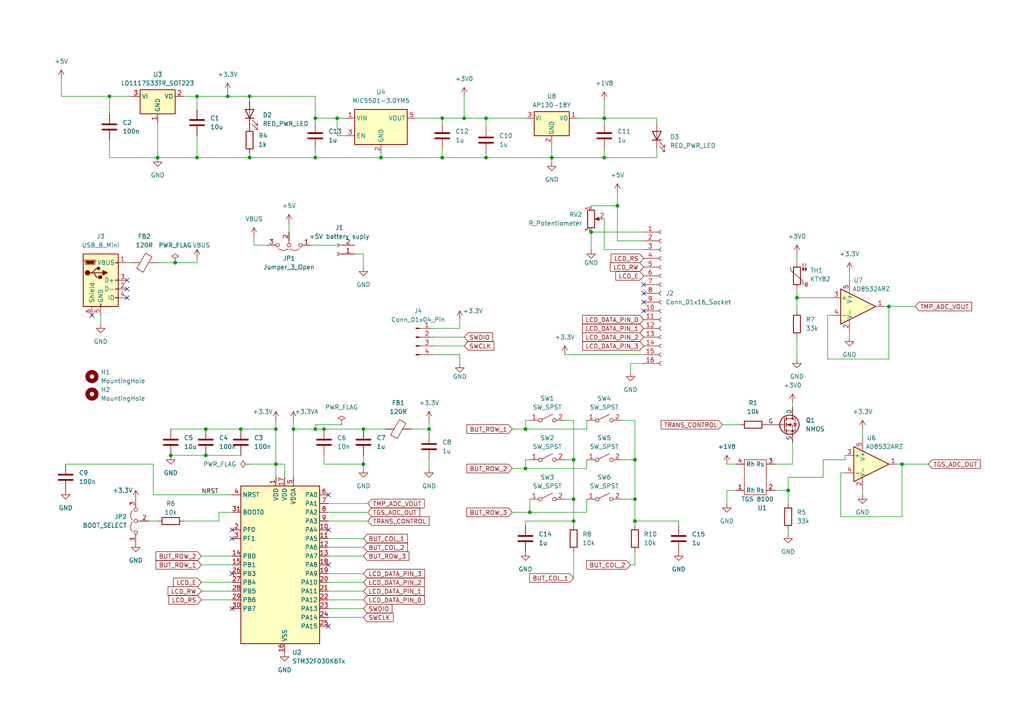
<source format=kicad_sch>
(kicad_sch (version 20230121) (generator eeschema)
  (paper "A4")
  (lib_symbols
    (symbol "Amplifier_Operational:AD8603" (pin_names (offset 0.127))
      (property "Reference" "U" (at 0 5.08 0))
      (property "Value" "AD8603" (at 0 -5.08 0))
      (symbol "AD8603_0_1"
        (pin power_in line (at -2.54 -7.62 90) (length 3.81) (name "V-") (number "2"))
        (pin power_in line (at -2.54 7.62 270) (length 3.81) (name "V+") (number "5"))
      )
      (symbol "AD8603_1_1"
        (pin output line (at 7.62 0 180) (length 2.54) (name "~") (number "1"))
        (pin input line (at -7.62 2.54 0) (length 2.54) (name "+") (number "3"))
        (pin input line (at -7.62 -2.54 0) (length 2.54) (name "-") (number "4"))
      )
    )
    (symbol "Connector:Conn_01x02_Socket" (pin_names (offset 1.016) hide)
      (property "Reference" "J" (at 0 2.54 0))
      (property "Value" "Conn_01x02_Socket" (at 0 -5.08 0))
      (symbol "Conn_01x02_Socket_1_1"
        (pin passive line (at -5.08 0 0) (length 3.81) (name "Pin_1") (number "1"))
        (pin passive line (at -5.08 -2.54 0) (length 3.81) (name "Pin_2") (number "2"))
      )
    )
    (symbol "Connector:Conn_01x04_Pin" (pin_names (offset 1.016) hide)
      (property "Reference" "J" (at 0 5.08 0))
      (property "Value" "Conn_01x04_Pin" (at 0 -7.62 0))
      (symbol "Conn_01x04_Pin_1_1"
        (pin passive line (at 5.08 2.54 180) (length 3.81) (name "Pin_1") (number "1"))
        (pin passive line (at 5.08 0 180) (length 3.81) (name "Pin_2") (number "2"))
        (pin passive line (at 5.08 -2.54 180) (length 3.81) (name "Pin_3") (number "3"))
        (pin passive line (at 5.08 -5.08 180) (length 3.81) (name "Pin_4") (number "4"))
      )
    )
    (symbol "Connector:Conn_01x16_Socket" (pin_names (offset 1.016) hide)
      (property "Reference" "J" (at 0 20.32 0))
      (property "Value" "Conn_01x16_Socket" (at 0 -22.86 0))
      (symbol "Conn_01x16_Socket_1_1"
        (pin passive line (at -5.08 17.78 0) (length 3.81) (name "Pin_1") (number "1"))
        (pin passive line (at -5.08 -5.08 0) (length 3.81) (name "Pin_10") (number "10"))
        (pin passive line (at -5.08 -7.62 0) (length 3.81) (name "Pin_11") (number "11"))
        (pin passive line (at -5.08 -10.16 0) (length 3.81) (name "Pin_12") (number "12"))
        (pin passive line (at -5.08 -12.7 0) (length 3.81) (name "Pin_13") (number "13"))
        (pin passive line (at -5.08 -15.24 0) (length 3.81) (name "Pin_14") (number "14"))
        (pin passive line (at -5.08 -17.78 0) (length 3.81) (name "Pin_15") (number "15"))
        (pin passive line (at -5.08 -20.32 0) (length 3.81) (name "Pin_16") (number "16"))
        (pin passive line (at -5.08 15.24 0) (length 3.81) (name "Pin_2") (number "2"))
        (pin passive line (at -5.08 12.7 0) (length 3.81) (name "Pin_3") (number "3"))
        (pin passive line (at -5.08 10.16 0) (length 3.81) (name "Pin_4") (number "4"))
        (pin passive line (at -5.08 7.62 0) (length 3.81) (name "Pin_5") (number "5"))
        (pin passive line (at -5.08 5.08 0) (length 3.81) (name "Pin_6") (number "6"))
        (pin passive line (at -5.08 2.54 0) (length 3.81) (name "Pin_7") (number "7"))
        (pin passive line (at -5.08 0 0) (length 3.81) (name "Pin_8") (number "8"))
        (pin passive line (at -5.08 -2.54 0) (length 3.81) (name "Pin_9") (number "9"))
      )
    )
    (symbol "Connector:USB_B_Mini" (pin_names (offset 1.016))
      (property "Reference" "J" (at -5.08 11.43 0))
      (property "Value" "USB_B_Mini" (at -5.08 8.89 0))
      (symbol "USB_B_Mini_1_1"
        (pin power_out line (at 7.62 5.08 180) (length 2.54) (name "VBUS") (number "1"))
        (pin bidirectional line (at 7.62 -2.54 180) (length 2.54) (name "D-") (number "2"))
        (pin bidirectional line (at 7.62 0 180) (length 2.54) (name "D+") (number "3"))
        (pin passive line (at 7.62 -5.08 180) (length 2.54) (name "ID") (number "4"))
        (pin power_out line (at 0 -10.16 90) (length 2.54) (name "GND") (number "5"))
        (pin passive line (at -2.54 -10.16 90) (length 2.54) (name "Shield") (number "6"))
      )
    )
    (symbol "Device:C" (pin_numbers hide) (pin_names (offset 0.254))
      (property "Reference" "C" (at 0.635 2.54 0))
      (property "Value" "C" (at 0.635 -2.54 0))
      (symbol "C_1_1"
        (pin passive line (at 0 3.81 270) (length 2.794) (name "~") (number "1"))
        (pin passive line (at 0 -3.81 90) (length 2.794) (name "~") (number "2"))
      )
    )
    (symbol "Device:FerriteBead" (pin_numbers hide) (pin_names (offset 0))
      (property "Reference" "FB" (at -3.81 0.635 90))
      (property "Value" "FerriteBead" (at 3.81 0 90))
      (symbol "FerriteBead_1_1"
        (pin passive line (at 0 3.81 270) (length 2.54) (name "~") (number "1"))
        (pin passive line (at 0 -3.81 90) (length 2.54) (name "~") (number "2"))
      )
    )
    (symbol "Device:LED" (pin_numbers hide) (pin_names (offset 1.016) hide)
      (property "Reference" "D" (at 0 2.54 0))
      (property "Value" "LED" (at 0 -2.54 0))
      (symbol "LED_1_1"
        (pin passive line (at -3.81 0 0) (length 2.54) (name "K") (number "1"))
        (pin passive line (at 3.81 0 180) (length 2.54) (name "A") (number "2"))
      )
    )
    (symbol "Device:R" (pin_numbers hide) (pin_names (offset 0))
      (property "Reference" "R" (at 2.032 0 90))
      (property "Value" "R" (at 0 0 90))
      (symbol "R_1_1"
        (pin passive line (at 0 3.81 270) (length 1.27) (name "~") (number "1"))
        (pin passive line (at 0 -3.81 90) (length 1.27) (name "~") (number "2"))
      )
    )
    (symbol "Device:R_Potentiometer" (pin_names (offset 1.016) hide)
      (property "Reference" "RV" (at -4.445 0 90))
      (property "Value" "R_Potentiometer" (at -2.54 0 90))
      (symbol "R_Potentiometer_1_1"
        (pin passive line (at 0 3.81 270) (length 1.27) (name "1") (number "1"))
        (pin passive line (at 3.81 0 180) (length 1.27) (name "2") (number "2"))
        (pin passive line (at 0 -3.81 90) (length 1.27) (name "3") (number "3"))
      )
    )
    (symbol "Jumper:Jumper_3_Open" (pin_names (offset 0) hide)
      (property "Reference" "JP" (at -2.54 -2.54 0))
      (property "Value" "Jumper_3_Open" (at 0 2.794 0))
      (symbol "Jumper_3_Open_1_1"
        (pin passive line (at -6.35 0 0) (length 2.54) (name "A") (number "1"))
        (pin passive line (at 0 -3.81 90) (length 2.54) (name "C") (number "2"))
        (pin passive line (at 6.35 0 180) (length 2.54) (name "B") (number "3"))
      )
    )
    (symbol "MCU_ST_STM32F0:STM32F030K6Tx"
      (property "Reference" "U" (at -10.16 24.13 0))
      (property "Value" "STM32F030K6Tx" (at 7.62 24.13 0))
      (symbol "STM32F030K6Tx_1_1"
        (pin power_in line (at 0 25.4 270) (length 2.54) (name "VDD") (number "1"))
        (pin bidirectional line (at 15.24 10.16 180) (length 2.54) (name "PA4") (number "10"))
        (pin bidirectional line (at 15.24 7.62 180) (length 2.54) (name "PA5") (number "11"))
        (pin bidirectional line (at 15.24 5.08 180) (length 2.54) (name "PA6") (number "12"))
        (pin bidirectional line (at 15.24 2.54 180) (length 2.54) (name "PA7") (number "13"))
        (pin bidirectional line (at -12.7 2.54 0) (length 2.54) (name "PB0") (number "14"))
        (pin bidirectional line (at -12.7 0 0) (length 2.54) (name "PB1") (number "15"))
        (pin power_in line (at 2.54 -25.4 90) (length 2.54) (name "VSS") (number "16"))
        (pin power_in line (at 2.54 25.4 270) (length 2.54) (name "VDD") (number "17"))
        (pin bidirectional line (at 15.24 0 180) (length 2.54) (name "PA8") (number "18"))
        (pin bidirectional line (at 15.24 -2.54 180) (length 2.54) (name "PA9") (number "19"))
        (pin bidirectional line (at -12.7 10.16 0) (length 2.54) (name "PF0") (number "2"))
        (pin bidirectional line (at 15.24 -5.08 180) (length 2.54) (name "PA10") (number "20"))
        (pin bidirectional line (at 15.24 -7.62 180) (length 2.54) (name "PA11") (number "21"))
        (pin bidirectional line (at 15.24 -10.16 180) (length 2.54) (name "PA12") (number "22"))
        (pin bidirectional line (at 15.24 -12.7 180) (length 2.54) (name "PA13") (number "23"))
        (pin bidirectional line (at 15.24 -15.24 180) (length 2.54) (name "PA14") (number "24"))
        (pin bidirectional line (at 15.24 -17.78 180) (length 2.54) (name "PA15") (number "25"))
        (pin bidirectional line (at -12.7 -2.54 0) (length 2.54) (name "PB3") (number "26"))
        (pin bidirectional line (at -12.7 -5.08 0) (length 2.54) (name "PB4") (number "27"))
        (pin bidirectional line (at -12.7 -7.62 0) (length 2.54) (name "PB5") (number "28"))
        (pin bidirectional line (at -12.7 -10.16 0) (length 2.54) (name "PB6") (number "29"))
        (pin bidirectional line (at -12.7 7.62 0) (length 2.54) (name "PF1") (number "3"))
        (pin bidirectional line (at -12.7 -12.7 0) (length 2.54) (name "PB7") (number "30"))
        (pin input line (at -12.7 15.24 0) (length 2.54) (name "BOOT0") (number "31"))
        (pin passive line (at 2.54 -25.4 90) (length 2.54) hide (name "VSS") (number "32"))
        (pin input line (at -12.7 20.32 0) (length 2.54) (name "NRST") (number "4"))
        (pin power_in line (at 5.08 25.4 270) (length 2.54) (name "VDDA") (number "5"))
        (pin bidirectional line (at 15.24 20.32 180) (length 2.54) (name "PA0") (number "6"))
        (pin bidirectional line (at 15.24 17.78 180) (length 2.54) (name "PA1") (number "7"))
        (pin bidirectional line (at 15.24 15.24 180) (length 2.54) (name "PA2") (number "8"))
        (pin bidirectional line (at 15.24 12.7 180) (length 2.54) (name "PA3") (number "9"))
      )
    )
    (symbol "Mechanical:MountingHole" (pin_names (offset 1.016))
      (property "Reference" "H" (at 0 5.08 0))
      (property "Value" "MountingHole" (at 0 3.175 0))
    )
    (symbol "Regulator_Linear:AP130-18Y" (pin_names (offset 0.254))
      (property "Reference" "U" (at -3.81 3.175 0))
      (property "Value" "AP130-18Y" (at 0 3.175 0))
      (symbol "AP130-18Y_1_1"
        (pin power_out line (at 7.62 0 180) (length 2.54) (name "VO") (number "1"))
        (pin power_in line (at 0 -7.62 90) (length 2.54) (name "GND") (number "2"))
        (pin power_in line (at -7.62 0 0) (length 2.54) (name "VI") (number "3"))
      )
    )
    (symbol "Regulator_Linear:LD1117S33TR_SOT223"
      (property "Reference" "U" (at -3.81 3.175 0))
      (property "Value" "LD1117S33TR_SOT223" (at 0 3.175 0))
      (symbol "LD1117S33TR_SOT223_1_1"
        (pin power_in line (at 0 -7.62 90) (length 2.54) (name "GND") (number "1"))
        (pin power_out line (at 7.62 0 180) (length 2.54) (name "VO") (number "2"))
        (pin power_in line (at -7.62 0 0) (length 2.54) (name "VI") (number "3"))
      )
    )
    (symbol "Regulator_Linear:MIC5501-3.0YM5"
      (property "Reference" "U" (at -7.62 8.89 0))
      (property "Value" "MIC5501-3.0YM5" (at -7.62 6.35 0))
      (symbol "MIC5501-3.0YM5_1_1"
        (pin power_in line (at -10.16 2.54 0) (length 2.54) (name "VIN") (number "1"))
        (pin power_in line (at 0 -7.62 90) (length 2.54) (name "GND") (number "2"))
        (pin input line (at -10.16 -2.54 0) (length 2.54) (name "EN") (number "3"))
        (pin no_connect line (at 7.62 -2.54 180) (length 2.54) hide (name "NC") (number "4"))
        (pin power_out line (at 10.16 2.54 180) (length 2.54) (name "VOUT") (number "5"))
      )
    )
    (symbol "Sensor_Gas:TGS8100"
      (property "Reference" "U1" (at 0 -2.54 0))
      (property "Value" "TGS 8100" (at 0 0 0))
      (symbol "TGS8100_1_1"
        (pin input line (at -6.35 2.54 0) (length 2.54) (name "Rh") (number "1"))
        (pin input line (at 5.08 2.54 180) (length 2.54) (name "Rs") (number "2"))
        (pin input line (at 5.08 10.16 180) (length 2.54) (name "Rs") (number "3"))
        (pin input line (at -6.35 10.16 0) (length 2.54) (name "Rh") (number "4"))
      )
    )
    (symbol "Sensor_Temperature:KTY82" (pin_numbers hide) (pin_names (offset 0))
      (property "Reference" "TH" (at -4.445 0 90))
      (property "Value" "KTY82" (at 3.175 0 90))
      (symbol "KTY82_1_1"
        (pin passive line (at 0 3.81 270) (length 1.27) (name "~") (number "1"))
        (pin passive line (at 0 -3.81 90) (length 1.27) (name "~") (number "2"))
      )
    )
    (symbol "Simulation_SPICE:NMOS" (pin_numbers hide) (pin_names (offset 0))
      (property "Reference" "Q" (at 5.08 1.27 0))
      (property "Value" "NMOS" (at 5.08 -1.27 0))
      (symbol "NMOS_1_1"
        (pin passive line (at 2.54 5.08 270) (length 2.54) (name "D") (number "1"))
        (pin input line (at -5.08 0 0) (length 2.54) (name "G") (number "2"))
        (pin passive line (at 2.54 -5.08 90) (length 2.54) (name "S") (number "3"))
      )
    )
    (symbol "Switch:SW_SPST" (pin_names (offset 0) hide)
      (property "Reference" "SW" (at 0 3.175 0))
      (property "Value" "SW_SPST" (at 0 -2.54 0))
      (symbol "SW_SPST_1_1"
        (pin passive line (at -5.08 0 0) (length 2.54) (name "A") (number "1"))
        (pin passive line (at 5.08 0 180) (length 2.54) (name "B") (number "2"))
      )
    )
    (symbol "power:+1V8" (power) (pin_names (offset 0))
      (property "Value" "+1V8" (at 0 3.556 0))
      (symbol "+1V8_1_1"
        (pin power_in line (at 0 0 90) (length 0) hide (name "+1V8") (number "1"))
      )
    )
    (symbol "power:+3.3V" (power) (pin_names (offset 0))
      (property "Value" "+3.3V" (at 0 3.556 0))
      (symbol "+3.3V_1_1"
        (pin power_in line (at 0 0 90) (length 0) hide (name "+3.3V") (number "1"))
      )
    )
    (symbol "power:+3.3VA" (power) (pin_names (offset 0))
      (property "Value" "+3.3VA" (at 0 3.556 0))
      (symbol "+3.3VA_1_1"
        (pin power_in line (at 0 0 90) (length 0) hide (name "+3.3VA") (number "1"))
      )
    )
    (symbol "power:+3V0" (power) (pin_names (offset 0))
      (property "Value" "+3V0" (at 0 3.556 0))
      (symbol "+3V0_1_1"
        (pin power_in line (at 0 0 90) (length 0) hide (name "+3V0") (number "1"))
      )
    )
    (symbol "power:+5V" (power) (pin_names (offset 0))
      (property "Value" "+5V" (at 0 3.556 0))
      (symbol "+5V_1_1"
        (pin power_in line (at 0 0 90) (length 0) hide (name "+5V") (number "1"))
      )
    )
    (symbol "power:GND" (power) (pin_names (offset 0))
      (property "Value" "GND" (at 0 -3.81 0))
      (symbol "GND_1_1"
        (pin power_in line (at 0 0 270) (length 0) hide (name "GND") (number "1"))
      )
    )
    (symbol "power:PWR_FLAG" (power) (pin_numbers hide) (pin_names (offset 0) hide)
      (property "Value" "PWR_FLAG" (at 0 3.81 0))
      (symbol "PWR_FLAG_0_0"
        (pin power_out line (at 0 0 90) (length 0) (name "pwr") (number "1"))
      )
    )
    (symbol "power:VBUS" (power) (pin_names (offset 0))
      (property "Value" "VBUS" (at 0 3.81 0))
      (symbol "VBUS_1_1"
        (pin power_in line (at 0 0 90) (length 0) hide (name "VBUS") (number "1"))
      )
    )
  )
  (junction (at 160.02 45.72))
  (junction (at 171.45 67.31))
  (junction (at 105.41 124.46))
  (junction (at 72.39 27.94))
  (junction (at 152.4 135.89))
  (junction (at 124.46 124.46))
  (junction (at 166.37 151.13))
  (junction (at 57.15 27.94))
  (junction (at 166.37 133.35))
  (junction (at 91.44 34.29))
  (junction (at 175.26 34.29))
  (junction (at 175.26 45.72))
  (junction (at 59.69 124.46))
  (junction (at 166.37 144.78))
  (junction (at 91.44 45.72))
  (junction (at 50.8 76.2))
  (junction (at 31.75 27.94))
  (junction (at 184.15 151.13))
  (junction (at 128.27 34.29))
  (junction (at 184.15 144.78))
  (junction (at 231.14 86.36))
  (junction (at 57.15 45.72))
  (junction (at 179.07 59.69))
  (junction (at 128.27 45.72))
  (junction (at 93.98 124.46))
  (junction (at 257.81 88.9))
  (junction (at 45.72 45.72))
  (junction (at 110.49 45.72))
  (junction (at 85.09 124.46))
  (junction (at 66.04 27.94))
  (junction (at 140.97 45.72))
  (junction (at 105.41 134.62))
  (junction (at 80.01 124.46))
  (junction (at 140.97 34.29))
  (junction (at 91.44 124.46))
  (junction (at 228.6 142.24))
  (junction (at 153.67 148.59))
  (junction (at 80.01 134.62))
  (junction (at 49.53 132.08))
  (junction (at 152.4 124.46))
  (junction (at 69.85 124.46))
  (junction (at 59.69 132.08))
  (junction (at 261.62 134.62))
  (junction (at 97.79 34.29))
  (junction (at 134.62 34.29))
  (junction (at 72.39 45.72))
  (junction (at 184.15 133.35))
  (no_connect (at 36.83 86.36))
  (no_connect (at 67.31 176.53))
  (no_connect (at 95.25 143.51))
  (no_connect (at 67.31 156.21))
  (no_connect (at 186.69 87.63))
  (no_connect (at 95.25 153.67))
  (no_connect (at 186.69 90.17))
  (no_connect (at 95.25 163.83))
  (no_connect (at 186.69 82.55))
  (no_connect (at 67.31 153.67))
  (no_connect (at 186.69 85.09))
  (no_connect (at 67.31 166.37))
  (no_connect (at 95.25 181.61))
  (no_connect (at 36.83 81.28))
  (no_connect (at 26.67 91.44))
  (no_connect (at 36.83 83.82))
  (wire (pts (xy 93.98 124.46) (xy 105.41 124.46)))
  (wire (pts (xy 133.35 95.25) (xy 125.73 95.25)))
  (wire (pts (xy 93.98 132.08) (xy 93.98 134.62)))
  (wire (pts (xy 99.06 123.19) (xy 91.44 123.19)))
  (wire (pts (xy 160.02 45.72) (xy 160.02 46.99)))
  (wire (pts (xy 95.25 168.91) (xy 105.41 168.91)))
  (wire (pts (xy 124.46 121.92) (xy 124.46 124.46)))
  (wire (pts (xy 153.67 148.59) (xy 170.18 148.59)))
  (wire (pts (xy 57.15 27.94) (xy 66.04 27.94)))
  (wire (pts (xy 175.26 34.29) (xy 190.5 34.29)))
  (wire (pts (xy 31.75 27.94) (xy 38.1 27.94)))
  (wire (pts (xy 72.39 45.72) (xy 91.44 45.72)))
  (wire (pts (xy 166.37 133.35) (xy 166.37 121.92)))
  (wire (pts (xy 245.11 137.16) (xy 243.84 137.16)))
  (wire (pts (xy 180.34 121.92) (xy 184.15 121.92)))
  (wire (pts (xy 153.67 133.35) (xy 152.4 133.35)))
  (wire (pts (xy 134.62 34.29) (xy 140.97 34.29)))
  (wire (pts (xy 95.25 171.45) (xy 105.41 171.45)))
  (wire (pts (xy 57.15 45.72) (xy 72.39 45.72)))
  (wire (pts (xy 153.67 144.78) (xy 153.67 148.59)))
  (wire (pts (xy 224.79 142.24) (xy 228.6 142.24)))
  (wire (pts (xy 134.62 27.94) (xy 134.62 34.29)))
  (wire (pts (xy 148.59 124.46) (xy 152.4 124.46)))
  (wire (pts (xy 53.34 151.13) (xy 63.5 151.13)))
  (wire (pts (xy 152.4 151.13) (xy 152.4 152.4)))
  (wire (pts (xy 148.59 135.89) (xy 152.4 135.89)))
  (wire (pts (xy 166.37 151.13) (xy 166.37 152.4)))
  (wire (pts (xy 72.39 27.94) (xy 91.44 27.94)))
  (wire (pts (xy 95.25 151.13) (xy 106.68 151.13)))
  (wire (pts (xy 140.97 45.72) (xy 160.02 45.72)))
  (wire (pts (xy 105.41 73.66) (xy 102.87 73.66)))
  (wire (pts (xy 238.76 133.35) (xy 245.11 133.35)))
  (wire (pts (xy 128.27 43.18) (xy 128.27 45.72)))
  (wire (pts (xy 257.81 104.14) (xy 257.81 88.9)))
  (wire (pts (xy 190.5 43.18) (xy 190.5 45.72)))
  (wire (pts (xy 72.39 134.62) (xy 80.01 134.62)))
  (wire (pts (xy 66.04 26.67) (xy 66.04 27.94)))
  (wire (pts (xy 105.41 161.29) (xy 95.25 161.29)))
  (wire (pts (xy 45.72 45.72) (xy 57.15 45.72)))
  (wire (pts (xy 57.15 76.2) (xy 57.15 74.93)))
  (wire (pts (xy 166.37 144.78) (xy 166.37 151.13)))
  (wire (pts (xy 228.6 142.24) (xy 228.6 146.05)))
  (wire (pts (xy 128.27 45.72) (xy 140.97 45.72)))
  (wire (pts (xy 171.45 67.31) (xy 171.45 72.39)))
  (wire (pts (xy 184.15 144.78) (xy 180.34 144.78)))
  (wire (pts (xy 140.97 44.45) (xy 140.97 45.72)))
  (wire (pts (xy 152.4 133.35) (xy 152.4 135.89)))
  (wire (pts (xy 82.55 138.43) (xy 82.55 134.62)))
  (wire (pts (xy 133.35 102.87) (xy 133.35 105.41)))
  (wire (pts (xy 179.07 55.88) (xy 179.07 59.69)))
  (wire (pts (xy 29.21 91.44) (xy 29.21 93.98)))
  (wire (pts (xy 91.44 27.94) (xy 91.44 34.29)))
  (wire (pts (xy 58.42 171.45) (xy 67.31 171.45)))
  (wire (pts (xy 152.4 135.89) (xy 170.18 135.89)))
  (wire (pts (xy 31.75 40.64) (xy 31.75 45.72)))
  (wire (pts (xy 240.03 104.14) (xy 257.81 104.14)))
  (wire (pts (xy 105.41 135.89) (xy 105.41 134.62)))
  (wire (pts (xy 43.18 151.13) (xy 45.72 151.13)))
  (wire (pts (xy 59.69 124.46) (xy 69.85 124.46)))
  (wire (pts (xy 184.15 151.13) (xy 184.15 152.4)))
  (wire (pts (xy 182.88 107.95) (xy 182.88 105.41)))
  (wire (pts (xy 128.27 34.29) (xy 134.62 34.29)))
  (wire (pts (xy 128.27 34.29) (xy 128.27 35.56)))
  (wire (pts (xy 228.6 153.67) (xy 228.6 154.94)))
  (wire (pts (xy 231.14 86.36) (xy 241.3 86.36)))
  (wire (pts (xy 250.19 142.24) (xy 250.19 143.51)))
  (wire (pts (xy 245.11 133.35) (xy 245.11 132.08)))
  (wire (pts (xy 182.88 105.41) (xy 186.69 105.41)))
  (wire (pts (xy 91.44 34.29) (xy 91.44 35.56)))
  (wire (pts (xy 261.62 149.86) (xy 261.62 134.62)))
  (wire (pts (xy 91.44 34.29) (xy 97.79 34.29)))
  (wire (pts (xy 140.97 34.29) (xy 140.97 36.83)))
  (wire (pts (xy 260.35 134.62) (xy 261.62 134.62)))
  (wire (pts (xy 228.6 138.43) (xy 228.6 142.24)))
  (wire (pts (xy 148.59 148.59) (xy 153.67 148.59)))
  (wire (pts (xy 210.82 134.62) (xy 213.36 134.62)))
  (wire (pts (xy 105.41 77.47) (xy 105.41 73.66)))
  (wire (pts (xy 45.72 35.56) (xy 45.72 45.72)))
  (wire (pts (xy 175.26 34.29) (xy 167.64 34.29)))
  (wire (pts (xy 246.38 78.74) (xy 246.38 81.28)))
  (wire (pts (xy 180.34 133.35) (xy 184.15 133.35)))
  (wire (pts (xy 80.01 121.92) (xy 80.01 124.46)))
  (wire (pts (xy 228.6 138.43) (xy 238.76 138.43)))
  (wire (pts (xy 175.26 72.39) (xy 186.69 72.39)))
  (wire (pts (xy 231.14 97.79) (xy 231.14 104.14)))
  (wire (pts (xy 85.09 124.46) (xy 91.44 124.46)))
  (wire (pts (xy 95.25 146.05) (xy 106.68 146.05)))
  (wire (pts (xy 80.01 138.43) (xy 80.01 134.62)))
  (wire (pts (xy 166.37 121.92) (xy 163.83 121.92)))
  (wire (pts (xy 58.42 173.99) (xy 67.31 173.99)))
  (wire (pts (xy 63.5 148.59) (xy 67.31 148.59)))
  (wire (pts (xy 196.85 151.13) (xy 196.85 152.4)))
  (wire (pts (xy 153.67 121.92) (xy 152.4 121.92)))
  (wire (pts (xy 166.37 133.35) (xy 163.83 133.35)))
  (wire (pts (xy 120.65 34.29) (xy 128.27 34.29)))
  (wire (pts (xy 80.01 124.46) (xy 80.01 134.62)))
  (wire (pts (xy 256.54 88.9) (xy 257.81 88.9)))
  (wire (pts (xy 170.18 144.78) (xy 170.18 148.59)))
  (wire (pts (xy 69.85 124.46) (xy 80.01 124.46)))
  (wire (pts (xy 100.33 39.37) (xy 97.79 39.37)))
  (wire (pts (xy 57.15 27.94) (xy 57.15 31.75)))
  (wire (pts (xy 66.04 27.94) (xy 72.39 27.94)))
  (wire (pts (xy 184.15 151.13) (xy 196.85 151.13)))
  (wire (pts (xy 31.75 27.94) (xy 17.78 27.94)))
  (wire (pts (xy 231.14 86.36) (xy 231.14 90.17)))
  (wire (pts (xy 184.15 144.78) (xy 184.15 133.35)))
  (wire (pts (xy 175.26 43.18) (xy 175.26 45.72)))
  (wire (pts (xy 95.25 173.99) (xy 105.41 173.99)))
  (wire (pts (xy 240.03 91.44) (xy 240.03 104.14)))
  (wire (pts (xy 91.44 43.18) (xy 91.44 45.72)))
  (wire (pts (xy 50.8 76.2) (xy 57.15 76.2)))
  (wire (pts (xy 36.83 76.2) (xy 38.1 76.2)))
  (wire (pts (xy 95.25 156.21) (xy 105.41 156.21)))
  (wire (pts (xy 90.17 71.12) (xy 102.87 71.12)))
  (wire (pts (xy 85.09 121.92) (xy 85.09 124.46)))
  (wire (pts (xy 110.49 45.72) (xy 128.27 45.72)))
  (wire (pts (xy 97.79 34.29) (xy 100.33 34.29)))
  (wire (pts (xy 166.37 160.02) (xy 166.37 167.64)))
  (wire (pts (xy 110.49 44.45) (xy 110.49 45.72)))
  (wire (pts (xy 125.73 102.87) (xy 133.35 102.87)))
  (wire (pts (xy 124.46 124.46) (xy 124.46 125.73)))
  (wire (pts (xy 49.53 124.46) (xy 59.69 124.46)))
  (wire (pts (xy 124.46 133.35) (xy 124.46 135.89)))
  (wire (pts (xy 175.26 45.72) (xy 190.5 45.72)))
  (wire (pts (xy 170.18 135.89) (xy 170.18 133.35)))
  (wire (pts (xy 184.15 133.35) (xy 184.15 121.92)))
  (wire (pts (xy 73.66 71.12) (xy 77.47 71.12)))
  (wire (pts (xy 83.82 64.77) (xy 83.82 67.31)))
  (wire (pts (xy 91.44 123.19) (xy 91.44 124.46)))
  (wire (pts (xy 175.26 29.21) (xy 175.26 34.29)))
  (wire (pts (xy 85.09 124.46) (xy 85.09 138.43)))
  (wire (pts (xy 105.41 124.46) (xy 111.76 124.46)))
  (wire (pts (xy 182.88 163.83) (xy 184.15 163.83)))
  (wire (pts (xy 95.25 179.07) (xy 105.41 179.07)))
  (wire (pts (xy 73.66 68.58) (xy 73.66 71.12)))
  (wire (pts (xy 179.07 59.69) (xy 179.07 69.85)))
  (wire (pts (xy 229.87 116.84) (xy 229.87 118.11)))
  (wire (pts (xy 97.79 39.37) (xy 97.79 34.29)))
  (wire (pts (xy 166.37 151.13) (xy 152.4 151.13)))
  (wire (pts (xy 250.19 124.46) (xy 250.19 127)))
  (wire (pts (xy 209.55 123.19) (xy 214.63 123.19)))
  (wire (pts (xy 231.14 83.82) (xy 231.14 86.36)))
  (wire (pts (xy 93.98 134.62) (xy 105.41 134.62)))
  (wire (pts (xy 152.4 121.92) (xy 152.4 124.46)))
  (wire (pts (xy 261.62 134.62) (xy 269.24 134.62)))
  (wire (pts (xy 125.73 100.33) (xy 134.62 100.33)))
  (wire (pts (xy 243.84 137.16) (xy 243.84 149.86)))
  (wire (pts (xy 44.45 143.51) (xy 67.31 143.51)))
  (wire (pts (xy 95.25 148.59) (xy 106.68 148.59)))
  (wire (pts (xy 53.34 27.94) (xy 57.15 27.94)))
  (wire (pts (xy 224.79 134.62) (xy 229.87 134.62)))
  (wire (pts (xy 241.3 91.44) (xy 240.03 91.44)))
  (wire (pts (xy 133.35 92.71) (xy 133.35 95.25)))
  (wire (pts (xy 171.45 59.69) (xy 179.07 59.69)))
  (wire (pts (xy 58.42 163.83) (xy 67.31 163.83)))
  (wire (pts (xy 163.83 144.78) (xy 166.37 144.78)))
  (wire (pts (xy 31.75 45.72) (xy 45.72 45.72)))
  (wire (pts (xy 80.01 134.62) (xy 82.55 134.62)))
  (wire (pts (xy 95.25 176.53) (xy 105.41 176.53)))
  (wire (pts (xy 95.25 166.37) (xy 105.41 166.37)))
  (wire (pts (xy 175.26 35.56) (xy 175.26 34.29)))
  (wire (pts (xy 152.4 124.46) (xy 170.18 124.46)))
  (wire (pts (xy 91.44 124.46) (xy 93.98 124.46)))
  (wire (pts (xy 44.45 134.62) (xy 44.45 143.51)))
  (wire (pts (xy 190.5 34.29) (xy 190.5 35.56)))
  (wire (pts (xy 72.39 27.94) (xy 72.39 29.21)))
  (wire (pts (xy 160.02 45.72) (xy 175.26 45.72)))
  (wire (pts (xy 179.07 69.85) (xy 186.69 69.85)))
  (wire (pts (xy 119.38 124.46) (xy 124.46 124.46)))
  (wire (pts (xy 175.26 63.5) (xy 175.26 72.39)))
  (wire (pts (xy 19.05 134.62) (xy 44.45 134.62)))
  (wire (pts (xy 238.76 138.43) (xy 238.76 133.35)))
  (wire (pts (xy 170.18 124.46) (xy 170.18 121.92)))
  (wire (pts (xy 63.5 148.59) (xy 63.5 151.13)))
  (wire (pts (xy 243.84 149.86) (xy 261.62 149.86)))
  (wire (pts (xy 72.39 44.45) (xy 72.39 45.72)))
  (wire (pts (xy 229.87 128.27) (xy 229.87 134.62)))
  (wire (pts (xy 231.14 73.66) (xy 231.14 76.2)))
  (wire (pts (xy 17.78 22.86) (xy 17.78 27.94)))
  (wire (pts (xy 140.97 34.29) (xy 152.4 34.29)))
  (wire (pts (xy 57.15 39.37) (xy 57.15 45.72)))
  (wire (pts (xy 31.75 27.94) (xy 31.75 33.02)))
  (wire (pts (xy 171.45 67.31) (xy 186.69 67.31)))
  (wire (pts (xy 58.42 168.91) (xy 67.31 168.91)))
  (wire (pts (xy 45.72 76.2) (xy 50.8 76.2)))
  (wire (pts (xy 210.82 142.24) (xy 213.36 142.24)))
  (wire (pts (xy 91.44 45.72) (xy 110.49 45.72)))
  (wire (pts (xy 257.81 88.9) (xy 265.43 88.9)))
  (wire (pts (xy 184.15 163.83) (xy 184.15 160.02)))
  (wire (pts (xy 166.37 144.78) (xy 166.37 133.35)))
  (wire (pts (xy 210.82 146.05) (xy 210.82 142.24)))
  (wire (pts (xy 58.42 161.29) (xy 67.31 161.29)))
  (wire (pts (xy 105.41 132.08) (xy 105.41 134.62)))
  (wire (pts (xy 246.38 96.52) (xy 246.38 97.79)))
  (wire (pts (xy 160.02 41.91) (xy 160.02 45.72)))
  (wire (pts (xy 125.73 97.79) (xy 134.62 97.79)))
  (wire (pts (xy 163.83 102.87) (xy 186.69 102.87)))
  (wire (pts (xy 95.25 158.75) (xy 105.41 158.75)))
  (wire (pts (xy 59.69 132.08) (xy 69.85 132.08)))
  (wire (pts (xy 184.15 144.78) (xy 184.15 151.13)))
  (wire (pts (xy 49.53 132.08) (xy 59.69 132.08)))
  (label "NRST" (at 58.42 143.51 0))
  (global_label "LCD_RS" (shape input) (at 58.42 173.99 180) (property "Intersheetrefs" "${INTERSHEET_REFS}" (effects hide)))
  (global_label "LCD_RS" (shape input) (at 186.69 74.93 180) (property "Intersheetrefs" "${INTERSHEET_REFS}" (effects hide)))
  (global_label "TRANS_CONTROL" (shape input) (at 106.68 151.13 0) (property "Intersheetrefs" "${INTERSHEET_REFS}" (effects hide)))
  (global_label "TGS_ADC_OUT" (shape input) (at 106.68 148.59 0) (property "Intersheetrefs" "${INTERSHEET_REFS}" (effects hide)))
  (global_label "BUT_COL_1" (shape input) (at 105.41 156.21 0) (property "Intersheetrefs" "${INTERSHEET_REFS}" (effects hide)))
  (global_label "LCD_DATA_PIN_2" (shape input) (at 186.69 97.79 180) (property "Intersheetrefs" "${INTERSHEET_REFS}" (effects hide)))
  (global_label "BUT_COL_2" (shape input) (at 105.41 158.75 0) (property "Intersheetrefs" "${INTERSHEET_REFS}" (effects hide)))
  (global_label "SWCLK" (shape input) (at 105.41 179.07 0) (property "Intersheetrefs" "${INTERSHEET_REFS}" (effects hide)))
  (global_label "LCD_DATA_PIN_2" (shape input) (at 105.41 168.91 0) (property "Intersheetrefs" "${INTERSHEET_REFS}" (effects hide)))
  (global_label "TMP_ADC_VOUT" (shape input) (at 106.68 146.05 0) (property "Intersheetrefs" "${INTERSHEET_REFS}" (effects hide)))
  (global_label "SWDIO" (shape input) (at 134.62 97.79 0) (property "Intersheetrefs" "${INTERSHEET_REFS}" (effects hide)))
  (global_label "BUT_ROW_2" (shape input) (at 58.42 161.29 180) (property "Intersheetrefs" "${INTERSHEET_REFS}" (effects hide)))
  (global_label "BUT_ROW_1" (shape input) (at 148.59 124.46 180) (property "Intersheetrefs" "${INTERSHEET_REFS}" (effects hide)))
  (global_label "SWCLK" (shape input) (at 134.62 100.33 0) (property "Intersheetrefs" "${INTERSHEET_REFS}" (effects hide)))
  (global_label "BUT_ROW_1" (shape input) (at 58.42 163.83 180) (property "Intersheetrefs" "${INTERSHEET_REFS}" (effects hide)))
  (global_label "BUT_COL_1" (shape input) (at 166.37 167.64 180) (property "Intersheetrefs" "${INTERSHEET_REFS}" (effects hide)))
  (global_label "LCD_DATA_PIN_0" (shape input) (at 105.41 173.99 0) (property "Intersheetrefs" "${INTERSHEET_REFS}" (effects hide)))
  (global_label "LCD_DATA_PIN_3" (shape input) (at 186.69 100.33 180) (property "Intersheetrefs" "${INTERSHEET_REFS}" (effects hide)))
  (global_label "BUT_ROW_3" (shape input) (at 105.41 161.29 0) (property "Intersheetrefs" "${INTERSHEET_REFS}" (effects hide)))
  (global_label "BUT_COL_2" (shape input) (at 182.88 163.83 180) (property "Intersheetrefs" "${INTERSHEET_REFS}" (effects hide)))
  (global_label "LCD_DATA_PIN_1" (shape input) (at 186.69 95.25 180) (property "Intersheetrefs" "${INTERSHEET_REFS}" (effects hide)))
  (global_label "TMP_ADC_VOUT" (shape input) (at 265.43 88.9 0) (property "Intersheetrefs" "${INTERSHEET_REFS}" (effects hide)))
  (global_label "LCD_DATA_PIN_0" (shape input) (at 186.69 92.71 180) (property "Intersheetrefs" "${INTERSHEET_REFS}" (effects hide)))
  (global_label "LCD_E" (shape input) (at 186.69 80.01 180) (property "Intersheetrefs" "${INTERSHEET_REFS}" (effects hide)))
  (global_label "SWDIO" (shape input) (at 105.41 176.53 0) (property "Intersheetrefs" "${INTERSHEET_REFS}" (effects hide)))
  (global_label "TRANS_CONTROL" (shape input) (at 209.55 123.19 180) (property "Intersheetrefs" "${INTERSHEET_REFS}" (effects hide)))
  (global_label "LCD_E" (shape input) (at 58.42 168.91 180) (property "Intersheetrefs" "${INTERSHEET_REFS}" (effects hide)))
  (global_label "LCD_RW" (shape input) (at 58.42 171.45 180) (property "Intersheetrefs" "${INTERSHEET_REFS}" (effects hide)))
  (global_label "LCD_RW" (shape input) (at 186.69 77.47 180) (property "Intersheetrefs" "${INTERSHEET_REFS}" (effects hide)))
  (global_label "LCD_DATA_PIN_1" (shape input) (at 105.41 171.45 0) (property "Intersheetrefs" "${INTERSHEET_REFS}" (effects hide)))
  (global_label "BUT_ROW_2" (shape input) (at 148.59 135.89 180) (property "Intersheetrefs" "${INTERSHEET_REFS}" (effects hide)))
  (global_label "LCD_DATA_PIN_3" (shape input) (at 105.41 166.37 0) (property "Intersheetrefs" "${INTERSHEET_REFS}" (effects hide)))
  (global_label "BUT_ROW_3" (shape input) (at 148.59 148.59 180) (property "Intersheetrefs" "${INTERSHEET_REFS}" (effects hide)))
  (global_label "TGS_ADC_OUT" (shape input) (at 269.24 134.62 0) (property "Intersheetrefs" "${INTERSHEET_REFS}" (effects hide)))
  (symbol (lib_id "power:PWR_FLAG") (at 72.39 134.62 90) (unit 1)
    (property "Reference" "#FLG03" (effects hide))
    (property "Value" "PWR_FLAG" (at 68.58 134.62 90) (effects (justify left)))
  )
  (symbol (lib_id "Device:C") (at 19.05 138.43 0) (unit 1)
    (property "Reference" "C9" (at 22.86 137.16 0) (effects (justify left)))
    (property "Value" "100n" (at 22.86 139.7 0) (effects (justify left)))
    (property "Footprint" "Capacitor_SMD:C_0402_1005Metric" (effects hide))
  )
  (symbol (lib_id "power:+5V") (at 83.82 64.77 0) (unit 1)
    (property "Reference" "#PWR02" (effects hide))
    (property "Value" "+5V" (at 83.82 59.69 0))
  )
  (symbol (lib_id "power:GND") (at 39.37 157.48 0) (unit 1)
    (property "Reference" "#PWR030" (effects hide))
    (property "Value" "GND" (at 39.37 162.56 0))
  )
  (symbol (lib_id "Device:C") (at 59.69 128.27 0) (unit 1)
    (property "Reference" "C4" (at 63.5 127 0) (effects (justify left)))
    (property "Value" "100n" (at 63.5 129.54 0) (effects (justify left)))
    (property "Footprint" "Capacitor_SMD:C_0402_1005Metric" (effects hide))
  )
  (symbol (lib_id "Device:C") (at 91.44 39.37 0) (unit 1)
    (property "Reference" "C13" (at 95.25 38.1 0) (effects (justify left)))
    (property "Value" "1u" (at 95.25 40.64 0) (effects (justify left)))
    (property "Footprint" "Capacitor_SMD:C_0402_1005Metric" (effects hide))
  )
  (symbol (lib_id "Device:R") (at 218.44 123.19 90) (unit 1)
    (property "Reference" "R1" (at 218.44 116.84 90))
    (property "Value" "10k" (at 218.44 119.38 90))
    (property "Footprint" "Resistor_SMD:R_0402_1005Metric" (effects hide))
  )
  (symbol (lib_id "power:VBUS") (at 57.15 74.93 0) (unit 1)
    (property "Reference" "#PWR015" (effects hide))
    (property "Value" "VBUS" (at 58.42 71.12 0))
  )
  (symbol (lib_id "power:+5V") (at 179.07 55.88 0) (unit 1)
    (property "Reference" "#PWR040" (effects hide))
    (property "Value" "+5V" (at 179.07 50.8 0))
  )
  (symbol (lib_id "power:GND") (at 171.45 72.39 0) (unit 1)
    (property "Reference" "#PWR03" (effects hide))
    (property "Value" "GND" (at 171.45 76.2 0))
  )
  (symbol (lib_id "power:+3.3V") (at 133.35 92.71 0) (mirror y) (unit 1)
    (property "Reference" "#PWR017" (effects hide))
    (property "Value" "+3.3V" (at 137.16 90.17 0))
  )
  (symbol (lib_id "Device:R") (at 72.39 40.64 0) (unit 1)
    (property "Reference" "R4" (at 74.93 39.37 0) (effects (justify left)))
    (property "Value" "1k" (at 74.93 41.91 0) (effects (justify left)))
    (property "Footprint" "Resistor_SMD:R_0402_1005Metric" (effects hide))
  )
  (symbol (lib_id "power:GND") (at 29.21 93.98 0) (unit 1)
    (property "Reference" "#PWR09" (effects hide))
    (property "Value" "GND" (at 29.21 99.06 0))
  )
  (symbol (lib_id "Connector:Conn_01x02_Socket") (at 97.79 73.66 180) (unit 1)
    (property "Reference" "J1" (at 98.425 66.04 0))
    (property "Value" "+5V battery suply" (at 98.425 68.58 0))
    (property "Footprint" "Connector_AMASS:AMASS_XT30U-F_1x02_P5.0mm_Vertical" (effects hide))
  )
  (symbol (lib_id "MCU_ST_STM32F0:STM32F030K6Tx") (at 80.01 163.83 0) (unit 1)
    (property "Reference" "U2" (at 84.7441 189.23 0) (effects (justify left)))
    (property "Value" "STM32F030K6Tx" (at 84.7441 191.77 0) (effects (justify left)))
    (property "Footprint" "Package_QFP:LQFP-32_7x7mm_P0.8mm" (effects hide))
    (property "Datasheet" "https://www.st.com/resource/en/datasheet/stm32f030k6.pdf" (effects hide))
  )
  (symbol (lib_id "Device:R") (at 184.15 156.21 0) (unit 1)
    (property "Reference" "R10" (at 186.69 154.94 0) (effects (justify left)))
    (property "Value" "10k" (at 186.69 157.48 0) (effects (justify left)))
    (property "Footprint" "Resistor_SMD:R_0402_1005Metric" (effects hide))
  )
  (symbol (lib_id "Device:C") (at 140.97 40.64 0) (unit 1)
    (property "Reference" "C10" (at 144.78 39.37 0) (effects (justify left)))
    (property "Value" "1u" (at 144.78 41.91 0) (effects (justify left)))
    (property "Footprint" "Capacitor_SMD:C_0402_1005Metric" (effects hide))
  )
  (symbol (lib_id "Device:R") (at 231.14 93.98 0) (unit 1)
    (property "Reference" "R7" (at 233.68 92.71 0) (effects (justify left)))
    (property "Value" "33k" (at 233.68 95.25 0) (effects (justify left)))
    (property "Footprint" "Resistor_SMD:R_0402_1005Metric" (effects hide))
  )
  (symbol (lib_id "Device:R") (at 228.6 149.86 0) (unit 1)
    (property "Reference" "R5" (at 231.14 148.59 0) (effects (justify left)))
    (property "Value" "33k" (at 231.14 151.13 0) (effects (justify left)))
    (property "Footprint" "Resistor_SMD:R_0402_1005Metric" (effects hide))
  )
  (symbol (lib_id "power:GND") (at 231.14 104.14 0) (unit 1)
    (property "Reference" "#PWR033" (effects hide))
    (property "Value" "GND" (at 231.14 109.22 0))
  )
  (symbol (lib_id "Connector:Conn_01x16_Socket") (at 191.77 85.09 0) (unit 1)
    (property "Reference" "J2" (at 193.04 85.09 0) (effects (justify left)))
    (property "Value" "Conn_01x16_Socket" (at 193.04 87.63 0) (effects (justify left)))
    (property "Footprint" "Connector_PinSocket_2.54mm:PinSocket_1x16_P2.54mm_Vertical" (effects hide))
  )
  (symbol (lib_id "power:+3.3V") (at 246.38 78.74 0) (unit 1)
    (property "Reference" "#PWR034" (effects hide))
    (property "Value" "+3.3V" (at 246.38 73.66 0))
  )
  (symbol (lib_id "Switch:SW_SPST") (at 158.75 133.35 0) (unit 1)
    (property "Reference" "SW2" (at 158.75 127 0))
    (property "Value" "SW_SPST" (at 158.75 129.54 0))
    (property "Footprint" "Button_Switch_THT:SW_PUSH_6mm" (effects hide))
  )
  (symbol (lib_id "power:GND") (at 250.19 143.51 0) (unit 1)
    (property "Reference" "#PWR027" (effects hide))
    (property "Value" "GND" (at 250.19 148.59 0))
  )
  (symbol (lib_id "Amplifier_Operational:AD8603") (at 248.92 88.9 0) (unit 1)
    (property "Reference" "U7" (at 248.92 81.28 0))
    (property "Value" "AD8532ARZ" (at 252.73 83.82 0))
    (property "Footprint" "Package_TO_SOT_SMD:TSOT-23-5" (effects hide))
    (property "Datasheet" "https://www.analog.com/media/en/technical-documentation/data-sheets/AD8603_8607_8609.pdf" (effects hide))
  )
  (symbol (lib_id "Amplifier_Operational:AD8603") (at 252.73 134.62 0) (unit 1)
    (property "Reference" "U6" (at 252.73 127 0))
    (property "Value" "AD8532ARZ" (at 256.54 129.54 0))
    (property "Footprint" "Package_TO_SOT_SMD:TSOT-23-5" (effects hide))
    (property "Datasheet" "https://www.analog.com/media/en/technical-documentation/data-sheets/AD8603_8607_8609.pdf" (effects hide))
  )
  (symbol (lib_id "Device:C") (at 93.98 128.27 0) (unit 1)
    (property "Reference" "C6" (at 97.79 127 0) (effects (justify left)))
    (property "Value" "10n" (at 97.79 129.54 0) (effects (justify left)))
    (property "Footprint" "Capacitor_SMD:C_0402_1005Metric" (effects hide))
  )
  (symbol (lib_id "power:+3.3V") (at 66.04 26.67 0) (unit 1)
    (property "Reference" "#PWR06" (effects hide))
    (property "Value" "+3.3V" (at 66.04 21.59 0))
  )
  (symbol (lib_id "Device:R") (at 49.53 151.13 90) (unit 1)
    (property "Reference" "R6" (at 49.53 146.05 90))
    (property "Value" "10k" (at 49.53 148.59 90))
    (property "Footprint" "Resistor_SMD:R_0402_1005Metric" (effects hide))
  )
  (symbol (lib_id "Device:C") (at 31.75 36.83 0) (unit 1)
    (property "Reference" "C2" (at 35.56 35.56 0) (effects (justify left)))
    (property "Value" "100n" (at 35.56 38.1 0) (effects (justify left)))
    (property "Footprint" "Capacitor_SMD:C_0402_1005Metric" (effects hide))
  )
  (symbol (lib_id "Simulation_SPICE:NMOS") (at 227.33 123.19 0) (unit 1)
    (property "Reference" "Q1" (at 233.68 121.92 0) (effects (justify left)))
    (property "Value" "NMOS" (at 233.68 124.46 0) (effects (justify left)))
    (property "Footprint" "Package_TO_SOT_SMD:TSOT-23" (effects hide))
    (property "Datasheet" "https://ngspice.sourceforge.io/docs/ngspice-manual.pdf" (effects hide))
    (property "Sim.Device" "NMOS" (effects hide))
    (property "Sim.Type" "VDMOS" (effects hide))
    (property "Sim.Pins" "1=D 2=G 3=S" (effects hide))
  )
  (symbol (lib_id "Sensor_Gas:TGS8100") (at 219.71 144.78 0) (unit 1)
    (property "Reference" "U1" (at 219.71 147.32 0) (effects (justify left)))
    (property "Value" "TGS 8100" (at 219.71 144.78 0))
    (property "Footprint" "Sensor:TGS 8100" (effects hide))
  )
  (symbol (lib_id "Device:C") (at 57.15 35.56 0) (unit 1)
    (property "Reference" "C1" (at 60.96 34.29 0) (effects (justify left)))
    (property "Value" "10u" (at 60.96 36.83 0) (effects (justify left)))
    (property "Footprint" "Capacitor_SMD:C_0603_1608Metric" (effects hide))
  )
  (symbol (lib_id "power:GND") (at 160.02 46.99 0) (unit 1)
    (property "Reference" "#PWR023" (effects hide))
    (property "Value" "GND" (at 160.02 52.07 0))
  )
  (symbol (lib_id "power:GND") (at 246.38 97.79 0) (unit 1)
    (property "Reference" "#PWR035" (effects hide))
    (property "Value" "GND" (at 246.38 102.87 0))
  )
  (symbol (lib_id "power:+3.3VA") (at 85.09 121.92 0) (unit 1)
    (property "Reference" "#PWR013" (effects hide))
    (property "Value" "+3.3VA" (at 88.9 119.38 0))
  )
  (symbol (lib_id "Mechanical:MountingHole") (at 26.67 114.3 0) (unit 1)
    (property "Reference" "H2" (at 29.21 113.03 0) (effects (justify left)))
    (property "Value" "MountingHole" (at 29.21 115.57 0) (effects (justify left)))
    (property "Footprint" "MountingHole:MountingHole_2.2mm_M2" (effects hide))
  )
  (symbol (lib_id "Device:R") (at 166.37 156.21 0) (unit 1)
    (property "Reference" "R8" (at 168.91 154.94 0) (effects (justify left)))
    (property "Value" "10k" (at 168.91 157.48 0) (effects (justify left)))
    (property "Footprint" "Resistor_SMD:R_0402_1005Metric" (effects hide))
  )
  (symbol (lib_id "power:GND") (at 182.88 107.95 0) (unit 1)
    (property "Reference" "#PWR039" (effects hide))
    (property "Value" "GND" (at 182.88 113.03 0))
  )
  (symbol (lib_id "power:GND") (at 45.72 45.72 0) (unit 1)
    (property "Reference" "#PWR04" (effects hide))
    (property "Value" "GND" (at 45.72 50.8 0))
  )
  (symbol (lib_id "power:GND") (at 49.53 132.08 0) (unit 1)
    (property "Reference" "#PWR038" (effects hide))
    (property "Value" "GND" (at 49.53 137.16 0))
  )
  (symbol (lib_id "power:GND") (at 19.05 142.24 0) (unit 1)
    (property "Reference" "#PWR014" (effects hide))
    (property "Value" "GND" (at 19.05 147.32 0))
  )
  (symbol (lib_id "Device:C") (at 128.27 39.37 0) (unit 1)
    (property "Reference" "C12" (at 132.08 38.1 0) (effects (justify left)))
    (property "Value" "1u" (at 132.08 40.64 0) (effects (justify left)))
    (property "Footprint" "Capacitor_SMD:C_0402_1005Metric" (effects hide))
  )
  (symbol (lib_id "Device:R_Potentiometer") (at 171.45 63.5 0) (unit 1)
    (property "Reference" "RV2" (at 168.91 62.23 0) (effects (justify right)))
    (property "Value" "R_Potentiometer" (at 168.91 64.77 0) (effects (justify right)))
    (property "Footprint" "Potentiometer_SMD:Potentiometer_ACP_CA6-VSMD_Vertical" (effects hide))
  )
  (symbol (lib_id "power:GND") (at 124.46 135.89 0) (unit 1)
    (property "Reference" "#PWR012" (effects hide))
    (property "Value" "GND" (at 124.46 140.97 0))
  )
  (symbol (lib_id "Device:C") (at 175.26 39.37 0) (unit 1)
    (property "Reference" "C11" (at 179.07 38.1 0) (effects (justify left)))
    (property "Value" "1u" (at 179.07 40.64 0) (effects (justify left)))
    (property "Footprint" "Capacitor_SMD:C_0402_1005Metric" (effects hide))
  )
  (symbol (lib_id "Connector:USB_B_Mini") (at 29.21 81.28 0) (unit 1)
    (property "Reference" "J3" (at 29.21 68.58 0))
    (property "Value" "USB_B_Mini" (at 29.21 71.12 0))
    (property "Footprint" "Connector_USB:USB_Micro-B_Wuerth_629105150521" (effects hide))
  )
  (symbol (lib_id "power:GND") (at 210.82 146.05 0) (unit 1)
    (property "Reference" "#PWR019" (effects hide))
    (property "Value" "GND" (at 210.82 151.13 0))
  )
  (symbol (lib_id "Mechanical:MountingHole") (at 26.67 109.22 0) (unit 1)
    (property "Reference" "H1" (at 29.21 107.95 0) (effects (justify left)))
    (property "Value" "MountingHole" (at 29.21 110.49 0) (effects (justify left)))
    (property "Footprint" "MountingHole:MountingHole_2.2mm_M2" (effects hide))
  )
  (symbol (lib_id "power:+3.3V") (at 124.46 121.92 0) (unit 1)
    (property "Reference" "#PWR010" (effects hide))
    (property "Value" "+3.3V" (at 124.46 116.84 0))
  )
  (symbol (lib_id "Connector:Conn_01x04_Pin") (at 120.65 97.79 0) (unit 1)
    (property "Reference" "J4" (at 121.285 90.17 0))
    (property "Value" "Conn_01x04_Pin" (at 121.285 92.71 0))
    (property "Footprint" "Connector_PinHeader_2.54mm:PinHeader_1x04_P2.54mm_Vertical" (effects hide))
  )
  (symbol (lib_id "power:+1V8") (at 210.82 134.62 0) (unit 1)
    (property "Reference" "#PWR020" (effects hide))
    (property "Value" "+1V8" (at 210.82 129.54 0))
  )
  (symbol (lib_id "Device:LED") (at 72.39 33.02 90) (unit 1)
    (property "Reference" "D2" (at 76.2 33.3375 90) (effects (justify right)))
    (property "Value" "RED_PWR_LED" (at 76.2 35.8775 90) (effects (justify right)))
    (property "Footprint" "LED_SMD:LED_0805_2012Metric" (effects hide))
  )
  (symbol (lib_id "Switch:SW_SPST") (at 175.26 144.78 0) (unit 1)
    (property "Reference" "SW6" (at 175.26 138.43 0))
    (property "Value" "SW_SPST" (at 175.26 140.97 0))
    (property "Footprint" "Button_Switch_THT:SW_PUSH_6mm" (effects hide))
  )
  (symbol (lib_id "Device:LED") (at 190.5 39.37 90) (unit 1)
    (property "Reference" "D3" (at 194.31 39.6875 90) (effects (justify right)))
    (property "Value" "RED_PWR_LED" (at 194.31 42.2275 90) (effects (justify right)))
    (property "Footprint" "LED_SMD:LED_0805_2012Metric" (effects hide))
  )
  (symbol (lib_id "power:PWR_FLAG") (at 50.8 76.2 0) (unit 1)
    (property "Reference" "#FLG01" (effects hide))
    (property "Value" "PWR_FLAG" (at 50.8 71.12 0))
  )
  (symbol (lib_id "power:+5V") (at 17.78 22.86 0) (unit 1)
    (property "Reference" "#PWR05" (effects hide))
    (property "Value" "+5V" (at 17.78 17.78 0))
  )
  (symbol (lib_id "power:GND") (at 105.41 77.47 0) (unit 1)
    (property "Reference" "#PWR08" (effects hide))
    (property "Value" "GND" (at 105.41 82.55 0))
  )
  (symbol (lib_id "power:VBUS") (at 73.66 68.58 0) (unit 1)
    (property "Reference" "#PWR016" (effects hide))
    (property "Value" "VBUS" (at 73.66 63.5 0))
  )
  (symbol (lib_id "Switch:SW_SPST") (at 175.26 133.35 0) (unit 1)
    (property "Reference" "SW5" (at 175.26 127 0))
    (property "Value" "SW_SPST" (at 175.26 129.54 0))
    (property "Footprint" "Button_Switch_THT:SW_PUSH_6mm" (effects hide))
  )
  (symbol (lib_id "power:GND") (at 152.4 160.02 0) (unit 1)
    (property "Reference" "#PWR036" (effects hide))
    (property "Value" "GND" (at 152.4 165.1 0))
  )
  (symbol (lib_id "Device:C") (at 105.41 128.27 0) (unit 1)
    (property "Reference" "C7" (at 109.22 127 0) (effects (justify left)))
    (property "Value" "1u" (at 109.22 129.54 0) (effects (justify left)))
    (property "Footprint" "Capacitor_SMD:C_0402_1005Metric" (effects hide))
  )
  (symbol (lib_id "power:GND") (at 228.6 154.94 0) (unit 1)
    (property "Reference" "#PWR022" (effects hide))
    (property "Value" "GND" (at 228.6 160.02 0))
  )
  (symbol (lib_id "Jumper:Jumper_3_Open") (at 83.82 71.12 180) (unit 1)
    (property "Reference" "JP1" (at 83.82 74.93 0))
    (property "Value" "Jumper_3_Open" (at 83.82 77.47 0))
    (property "Footprint" "Connector_PinHeader_1.27mm:PinHeader_1x03_P1.27mm_Vertical" (effects hide))
  )
  (symbol (lib_id "power:+3.3V") (at 80.01 121.92 0) (unit 1)
    (property "Reference" "#PWR07" (effects hide))
    (property "Value" "+3.3V" (at 76.2 119.38 0))
  )
  (symbol (lib_id "Regulator_Linear:MIC5501-3.0YM5") (at 110.49 36.83 0) (unit 1)
    (property "Reference" "U4" (at 110.49 26.67 0))
    (property "Value" "MIC5501-3.0YM5" (at 110.49 29.21 0))
    (property "Footprint" "Package_TO_SOT_SMD:SOT-23-5" (effects hide))
    (property "Datasheet" "http://ww1.microchip.com/downloads/en/DeviceDoc/MIC550X.pdf" (effects hide))
  )
  (symbol (lib_id "Regulator_Linear:AP130-18Y") (at 160.02 34.29 0) (unit 1)
    (property "Reference" "U8" (at 160.02 27.94 0))
    (property "Value" "AP130-18Y" (at 160.02 30.48 0))
    (property "Footprint" "Package_TO_SOT_SMD:SOT-89-3" (effects hide))
    (property "Datasheet" "https://www.diodes.com/assets/Datasheets/AP130.pdf" (effects hide))
  )
  (symbol (lib_id "Device:FerriteBead") (at 41.91 76.2 90) (unit 1)
    (property "Reference" "FB2" (at 41.8592 68.58 90))
    (property "Value" "120R" (at 41.8592 71.12 90))
    (property "Footprint" "Inductor_SMD:L_0603_1608Metric" (effects hide))
  )
  (symbol (lib_id "Device:C") (at 49.53 128.27 0) (unit 1)
    (property "Reference" "C5" (at 53.34 127 0) (effects (justify left)))
    (property "Value" "10u" (at 53.34 129.54 0) (effects (justify left)))
    (property "Footprint" "Capacitor_SMD:C_0603_1608Metric" (effects hide))
  )
  (symbol (lib_id "power:GND") (at 82.55 189.23 0) (unit 1)
    (property "Reference" "#PWR01" (effects hide))
    (property "Value" "GND" (at 82.55 194.31 0))
  )
  (symbol (lib_id "power:PWR_FLAG") (at 99.06 123.19 0) (unit 1)
    (property "Reference" "#FLG04" (effects hide))
    (property "Value" "PWR_FLAG" (at 99.06 118.11 0))
  )
  (symbol (lib_id "power:+3.3V") (at 163.83 102.87 0) (unit 1)
    (property "Reference" "#PWR028" (effects hide))
    (property "Value" "+3.3V" (at 163.83 97.79 0))
  )
  (symbol (lib_id "Sensor_Temperature:KTY82") (at 231.14 80.01 180) (unit 1)
    (property "Reference" "TH1" (at 234.95 78.4225 0) (effects (justify right)))
    (property "Value" "KTY82" (at 234.95 80.9625 0) (effects (justify right)))
    (property "Footprint" "Package_TO_SOT_SMD:SOT-23" (effects hide))
    (property "Datasheet" "https://www.nxp.com/docs/en/data-sheet/KTY82_SER.pdf" (effects hide))
  )
  (symbol (lib_id "Switch:SW_SPST") (at 175.26 121.92 0) (unit 1)
    (property "Reference" "SW4" (at 175.26 115.57 0))
    (property "Value" "SW_SPST" (at 175.26 118.11 0))
    (property "Footprint" "Button_Switch_THT:SW_PUSH_6mm" (effects hide))
  )
  (symbol (lib_id "Regulator_Linear:LD1117S33TR_SOT223") (at 45.72 27.94 0) (unit 1)
    (property "Reference" "U3" (at 45.72 21.59 0))
    (property "Value" "LD1117S33TR_SOT223" (at 45.72 24.13 0))
    (property "Footprint" "Package_TO_SOT_SMD:SOT-223-3_TabPin2" (effects hide))
    (property "Datasheet" "http://www.st.com/st-web-ui/static/active/en/resource/technical/document/datasheet/CD00000544.pdf" (effects hide))
  )
  (symbol (lib_id "power:+3V0") (at 229.87 116.84 0) (unit 1)
    (property "Reference" "#PWR021" (effects hide))
    (property "Value" "+3V0" (at 229.87 111.76 0))
  )
  (symbol (lib_id "power:GND") (at 133.35 105.41 0) (mirror y) (unit 1)
    (property "Reference" "#PWR018" (effects hide))
    (property "Value" "GND" (at 133.35 109.22 0))
  )
  (symbol (lib_id "Device:FerriteBead") (at 115.57 124.46 90) (unit 1)
    (property "Reference" "FB1" (at 115.5192 116.84 90))
    (property "Value" "120R" (at 115.5192 119.38 90))
    (property "Footprint" "Inductor_SMD:L_0603_1608Metric" (effects hide))
  )
  (symbol (lib_id "Device:C") (at 196.85 156.21 0) (unit 1)
    (property "Reference" "C15" (at 200.66 154.94 0) (effects (justify left)))
    (property "Value" "1u" (at 200.66 157.48 0) (effects (justify left)))
    (property "Footprint" "Capacitor_SMD:C_0402_1005Metric" (effects hide))
  )
  (symbol (lib_id "power:+3V0") (at 231.14 73.66 0) (unit 1)
    (property "Reference" "#PWR032" (effects hide))
    (property "Value" "+3V0" (at 231.14 68.58 0))
  )
  (symbol (lib_id "Switch:SW_SPST") (at 158.75 144.78 0) (unit 1)
    (property "Reference" "SW3" (at 158.75 138.43 0))
    (property "Value" "SW_SPST" (at 158.75 140.97 0))
    (property "Footprint" "Button_Switch_THT:SW_PUSH_6mm" (effects hide))
  )
  (symbol (lib_id "power:GND") (at 196.85 160.02 0) (unit 1)
    (property "Reference" "#PWR037" (effects hide))
    (property "Value" "GND" (at 196.85 165.1 0))
  )
  (symbol (lib_id "Device:C") (at 152.4 156.21 0) (unit 1)
    (property "Reference" "C14" (at 156.21 154.94 0) (effects (justify left)))
    (property "Value" "1u" (at 156.21 157.48 0) (effects (justify left)))
    (property "Footprint" "Capacitor_SMD:C_0402_1005Metric" (effects hide))
  )
  (symbol (lib_id "power:+3.3V") (at 250.19 124.46 0) (unit 1)
    (property "Reference" "#PWR026" (effects hide))
    (property "Value" "+3.3V" (at 250.19 119.38 0))
  )
  (symbol (lib_id "power:+3V0") (at 134.62 27.94 0) (unit 1)
    (property "Reference" "#PWR025" (effects hide))
    (property "Value" "+3V0" (at 134.62 22.86 0))
  )
  (symbol (lib_id "Device:C") (at 69.85 128.27 0) (unit 1)
    (property "Reference" "C3" (at 73.66 127 0) (effects (justify left)))
    (property "Value" "100n" (at 73.66 129.54 0) (effects (justify left)))
    (property "Footprint" "Capacitor_SMD:C_0402_1005Metric" (effects hide))
  )
  (symbol (lib_id "Device:C") (at 124.46 129.54 0) (unit 1)
    (property "Reference" "C8" (at 128.27 128.27 0) (effects (justify left)))
    (property "Value" "1u" (at 128.27 130.81 0) (effects (justify left)))
    (property "Footprint" "Capacitor_SMD:C_0402_1005Metric" (effects hide))
  )
  (symbol (lib_id "power:+3.3V") (at 39.37 144.78 0) (unit 1)
    (property "Reference" "#PWR031" (effects hide))
    (property "Value" "+3.3V" (at 35.56 142.24 0))
  )
  (symbol (lib_id "power:+1V8") (at 175.26 29.21 0) (unit 1)
    (property "Reference" "#PWR024" (effects hide))
    (property "Value" "+1V8" (at 175.26 24.13 0))
  )
  (symbol (lib_id "power:GND") (at 105.41 135.89 0) (unit 1)
    (property "Reference" "#PWR011" (effects hide))
    (property "Value" "GND" (at 105.41 140.97 0))
  )
  (symbol (lib_id "Switch:SW_SPST") (at 158.75 121.92 0) (unit 1)
    (property "Reference" "SW1" (at 158.75 115.57 0))
    (property "Value" "SW_SPST" (at 158.75 118.11 0))
    (property "Footprint" "Button_Switch_THT:SW_PUSH_6mm" (effects hide))
  )
  (symbol (lib_id "Jumper:Jumper_3_Open") (at 39.37 151.13 90) (unit 1)
    (property "Reference" "JP2" (at 36.83 149.86 90) (effects (justify left)))
    (property "Value" "BOOT_SELECT" (at 36.83 152.4 90) (effects (justify left)))
    (property "Footprint" "Connector_PinHeader_1.27mm:PinHeader_1x03_P1.27mm_Vertical" (effects hide))
  )
)
</source>
